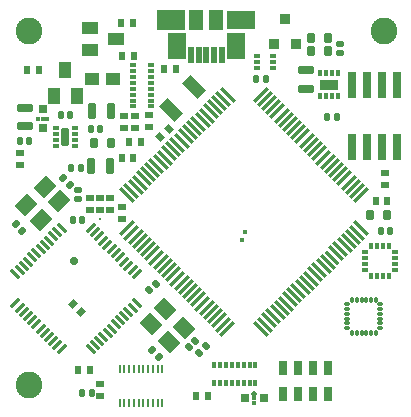
<source format=gts>
G04 Layer_Color=8388736*
%FSLAX42Y42*%
%MOMM*%
G71*
G01*
G75*
G04:AMPARAMS|DCode=23|XSize=0.61mm|YSize=0.91mm|CornerRadius=0.15mm|HoleSize=0mm|Usage=FLASHONLY|Rotation=180.000|XOffset=0mm|YOffset=0mm|HoleType=Round|Shape=RoundedRectangle|*
%AMROUNDEDRECTD23*
21,1,0.61,0.61,0,0,180.0*
21,1,0.30,0.91,0,0,180.0*
1,1,0.30,-0.15,0.30*
1,1,0.30,0.15,0.30*
1,1,0.30,0.15,-0.30*
1,1,0.30,-0.15,-0.30*
%
%ADD23ROUNDEDRECTD23*%
G04:AMPARAMS|DCode=24|XSize=0.71mm|YSize=1.32mm|CornerRadius=0.18mm|HoleSize=0mm|Usage=FLASHONLY|Rotation=90.000|XOffset=0mm|YOffset=0mm|HoleType=Round|Shape=RoundedRectangle|*
%AMROUNDEDRECTD24*
21,1,0.71,0.97,0,0,90.0*
21,1,0.36,1.32,0,0,90.0*
1,1,0.36,0.48,0.18*
1,1,0.36,0.48,-0.18*
1,1,0.36,-0.48,-0.18*
1,1,0.36,-0.48,0.18*
%
%ADD24ROUNDEDRECTD24*%
G04:AMPARAMS|DCode=25|XSize=0.51mm|YSize=0.61mm|CornerRadius=0.13mm|HoleSize=0mm|Usage=FLASHONLY|Rotation=90.000|XOffset=0mm|YOffset=0mm|HoleType=Round|Shape=RoundedRectangle|*
%AMROUNDEDRECTD25*
21,1,0.51,0.36,0,0,90.0*
21,1,0.25,0.61,0,0,90.0*
1,1,0.25,0.18,0.13*
1,1,0.25,0.18,-0.13*
1,1,0.25,-0.18,-0.13*
1,1,0.25,-0.18,0.13*
%
%ADD25ROUNDEDRECTD25*%
G04:AMPARAMS|DCode=26|XSize=0.51mm|YSize=0.61mm|CornerRadius=0.13mm|HoleSize=0mm|Usage=FLASHONLY|Rotation=0.000|XOffset=0mm|YOffset=0mm|HoleType=Round|Shape=RoundedRectangle|*
%AMROUNDEDRECTD26*
21,1,0.51,0.36,0,0,0.0*
21,1,0.25,0.61,0,0,0.0*
1,1,0.25,0.13,-0.18*
1,1,0.25,-0.13,-0.18*
1,1,0.25,-0.13,0.18*
1,1,0.25,0.13,0.18*
%
%ADD26ROUNDEDRECTD26*%
G04:AMPARAMS|DCode=36|XSize=0.71mm|YSize=1.32mm|CornerRadius=0.18mm|HoleSize=0mm|Usage=FLASHONLY|Rotation=0.000|XOffset=0mm|YOffset=0mm|HoleType=Round|Shape=RoundedRectangle|*
%AMROUNDEDRECTD36*
21,1,0.71,0.97,0,0,0.0*
21,1,0.36,1.32,0,0,0.0*
1,1,0.36,0.18,-0.48*
1,1,0.36,-0.18,-0.48*
1,1,0.36,-0.18,0.48*
1,1,0.36,0.18,0.48*
%
%ADD36ROUNDEDRECTD36*%
G04:AMPARAMS|DCode=50|XSize=0.51mm|YSize=0.61mm|CornerRadius=0.13mm|HoleSize=0mm|Usage=FLASHONLY|Rotation=315.000|XOffset=0mm|YOffset=0mm|HoleType=Round|Shape=RoundedRectangle|*
%AMROUNDEDRECTD50*
21,1,0.51,0.36,0,0,315.0*
21,1,0.25,0.61,0,0,315.0*
1,1,0.25,-0.04,-0.22*
1,1,0.25,-0.22,-0.04*
1,1,0.25,0.04,0.22*
1,1,0.25,0.22,0.04*
%
%ADD50ROUNDEDRECTD50*%
G04:AMPARAMS|DCode=54|XSize=0.51mm|YSize=0.61mm|CornerRadius=0.13mm|HoleSize=0mm|Usage=FLASHONLY|Rotation=225.000|XOffset=0mm|YOffset=0mm|HoleType=Round|Shape=RoundedRectangle|*
%AMROUNDEDRECTD54*
21,1,0.51,0.36,0,0,225.0*
21,1,0.25,0.61,0,0,225.0*
1,1,0.25,-0.22,0.04*
1,1,0.25,-0.04,0.22*
1,1,0.25,0.22,-0.04*
1,1,0.25,0.04,-0.22*
%
%ADD54ROUNDEDRECTD54*%
%ADD69R,0.46X0.46*%
%ADD114R,0.56X0.66*%
%ADD115R,0.66X0.56*%
G04:AMPARAMS|DCode=116|XSize=0.56mm|YSize=0.66mm|CornerRadius=0mm|HoleSize=0mm|Usage=FLASHONLY|Rotation=225.000|XOffset=0mm|YOffset=0mm|HoleType=Round|Shape=Rectangle|*
%AMROTATEDRECTD116*
4,1,4,-0.04,0.43,0.43,-0.04,0.04,-0.43,-0.43,0.04,-0.04,0.43,0.0*
%
%ADD116ROTATEDRECTD116*%

%ADD117R,0.25X0.76*%
%ADD118R,0.36X0.56*%
%ADD119R,1.65X0.97*%
%ADD120R,0.66X0.66*%
G04:AMPARAMS|DCode=121|XSize=0.46mm|YSize=0.46mm|CornerRadius=0.13mm|HoleSize=0mm|Usage=FLASHONLY|Rotation=0.000|XOffset=0mm|YOffset=0mm|HoleType=Round|Shape=RoundedRectangle|*
%AMROUNDEDRECTD121*
21,1,0.46,0.20,0,0,0.0*
21,1,0.20,0.46,0,0,0.0*
1,1,0.25,0.10,-0.10*
1,1,0.25,-0.10,-0.10*
1,1,0.25,-0.10,0.10*
1,1,0.25,0.10,0.10*
%
%ADD121ROUNDEDRECTD121*%
%ADD122R,0.46X0.46*%
%ADD123R,0.66X0.66*%
G04:AMPARAMS|DCode=124|XSize=1.07mm|YSize=1.85mm|CornerRadius=0mm|HoleSize=0mm|Usage=FLASHONLY|Rotation=45.000|XOffset=0mm|YOffset=0mm|HoleType=Round|Shape=Rectangle|*
%AMROTATEDRECTD124*
4,1,4,0.28,-1.03,-1.03,0.28,-0.28,1.03,1.03,-0.28,0.28,-1.03,0.0*
%
%ADD124ROTATEDRECTD124*%

%ADD125R,0.86X0.97*%
%ADD130R,0.51X0.36*%
%ADD131R,0.36X0.51*%
%ADD132R,0.43X0.56*%
%ADD133R,0.30X0.56*%
%ADD134R,1.47X1.07*%
%ADD135R,0.56X0.43*%
%ADD136R,0.56X0.30*%
%ADD137R,1.07X1.47*%
%ADD138R,1.17X1.07*%
%ADD140R,0.56X0.36*%
G04:AMPARAMS|DCode=141|XSize=0.56mm|YSize=0.36mm|CornerRadius=0.09mm|HoleSize=0mm|Usage=FLASHONLY|Rotation=0.000|XOffset=0mm|YOffset=0mm|HoleType=Round|Shape=RoundedRectangle|*
%AMROUNDEDRECTD141*
21,1,0.56,0.18,0,0,0.0*
21,1,0.39,0.36,0,0,0.0*
1,1,0.17,0.19,-0.09*
1,1,0.17,-0.19,-0.09*
1,1,0.17,-0.19,0.09*
1,1,0.17,0.19,0.09*
%
%ADD141ROUNDEDRECTD141*%
G04:AMPARAMS|DCode=142|XSize=0.76mm|YSize=1.47mm|CornerRadius=0.17mm|HoleSize=0mm|Usage=FLASHONLY|Rotation=0.000|XOffset=0mm|YOffset=0mm|HoleType=Round|Shape=RoundedRectangle|*
%AMROUNDEDRECTD142*
21,1,0.76,1.14,0,0,0.0*
21,1,0.43,1.47,0,0,0.0*
1,1,0.34,0.21,-0.57*
1,1,0.34,-0.21,-0.57*
1,1,0.34,-0.21,0.57*
1,1,0.34,0.21,0.57*
%
%ADD142ROUNDEDRECTD142*%
%ADD143R,0.51X0.36*%
%ADD144R,0.66X2.26*%
G04:AMPARAMS|DCode=145|XSize=0.36mm|YSize=1.57mm|CornerRadius=0mm|HoleSize=0mm|Usage=FLASHONLY|Rotation=45.000|XOffset=0mm|YOffset=0mm|HoleType=Round|Shape=Rectangle|*
%AMROTATEDRECTD145*
4,1,4,0.43,-0.68,-0.68,0.43,-0.43,0.68,0.68,-0.43,0.43,-0.68,0.0*
%
%ADD145ROTATEDRECTD145*%

G04:AMPARAMS|DCode=146|XSize=1.57mm|YSize=0.36mm|CornerRadius=0mm|HoleSize=0mm|Usage=FLASHONLY|Rotation=45.000|XOffset=0mm|YOffset=0mm|HoleType=Round|Shape=Rectangle|*
%AMROTATEDRECTD146*
4,1,4,-0.43,-0.68,-0.68,-0.43,0.43,0.68,0.68,0.43,-0.43,-0.68,0.0*
%
%ADD146ROTATEDRECTD146*%

G04:AMPARAMS|DCode=147|XSize=0.36mm|YSize=1.55mm|CornerRadius=0mm|HoleSize=0mm|Usage=FLASHONLY|Rotation=45.000|XOffset=0mm|YOffset=0mm|HoleType=Round|Shape=Rectangle|*
%AMROTATEDRECTD147*
4,1,4,0.42,-0.67,-0.67,0.42,-0.42,0.67,0.67,-0.42,0.42,-0.67,0.0*
%
%ADD147ROTATEDRECTD147*%

%ADD148R,0.51X1.35*%
%ADD149R,1.55X2.16*%
%ADD150R,2.44X1.65*%
%ADD151R,2.44X1.66*%
%ADD152R,1.24X1.66*%
G04:AMPARAMS|DCode=154|XSize=1.47mm|YSize=1.27mm|CornerRadius=0mm|HoleSize=0mm|Usage=FLASHONLY|Rotation=45.000|XOffset=0mm|YOffset=0mm|HoleType=Round|Shape=Rectangle|*
%AMROTATEDRECTD154*
4,1,4,-0.07,-0.97,-0.97,-0.07,0.07,0.97,0.97,0.07,-0.07,-0.97,0.0*
%
%ADD154ROTATEDRECTD154*%

G04:AMPARAMS|DCode=155|XSize=1.07mm|YSize=0.3mm|CornerRadius=0mm|HoleSize=0mm|Usage=FLASHONLY|Rotation=225.000|XOffset=0mm|YOffset=0mm|HoleType=Round|Shape=Rectangle|*
%AMROTATEDRECTD155*
4,1,4,0.27,0.48,0.48,0.27,-0.27,-0.48,-0.48,-0.27,0.27,0.48,0.0*
%
%ADD155ROTATEDRECTD155*%

G04:AMPARAMS|DCode=156|XSize=0.3mm|YSize=1.07mm|CornerRadius=0mm|HoleSize=0mm|Usage=FLASHONLY|Rotation=225.000|XOffset=0mm|YOffset=0mm|HoleType=Round|Shape=Rectangle|*
%AMROTATEDRECTD156*
4,1,4,-0.27,0.48,0.48,-0.27,0.27,-0.48,-0.48,0.27,-0.27,0.48,0.0*
%
%ADD156ROTATEDRECTD156*%

%ADD158R,0.66X1.17*%
G04:AMPARAMS|DCode=159|XSize=1.47mm|YSize=1.27mm|CornerRadius=0mm|HoleSize=0mm|Usage=FLASHONLY|Rotation=135.000|XOffset=0mm|YOffset=0mm|HoleType=Round|Shape=Rectangle|*
%AMROTATEDRECTD159*
4,1,4,0.97,-0.07,0.07,-0.97,-0.97,0.07,-0.07,0.97,0.97,-0.07,0.0*
%
%ADD159ROTATEDRECTD159*%

G04:AMPARAMS|DCode=160|XSize=0.56mm|YSize=0.66mm|CornerRadius=0mm|HoleSize=0mm|Usage=FLASHONLY|Rotation=315.000|XOffset=0mm|YOffset=0mm|HoleType=Round|Shape=Rectangle|*
%AMROTATEDRECTD160*
4,1,4,-0.43,-0.04,0.04,0.43,0.43,0.04,-0.04,-0.43,-0.43,-0.04,0.0*
%
%ADD160ROTATEDRECTD160*%

G04:AMPARAMS|DCode=167|XSize=0.56mm|YSize=0.33mm|CornerRadius=0.13mm|HoleSize=0mm|Usage=FLASHONLY|Rotation=270.000|XOffset=0mm|YOffset=0mm|HoleType=Round|Shape=RoundedRectangle|*
%AMROUNDEDRECTD167*
21,1,0.56,0.07,0,0,270.0*
21,1,0.30,0.33,0,0,270.0*
1,1,0.26,-0.03,-0.15*
1,1,0.26,-0.03,0.15*
1,1,0.26,0.03,0.15*
1,1,0.26,0.03,-0.15*
%
%ADD167ROUNDEDRECTD167*%
G04:AMPARAMS|DCode=168|XSize=0.56mm|YSize=0.33mm|CornerRadius=0.11mm|HoleSize=0mm|Usage=FLASHONLY|Rotation=270.000|XOffset=0mm|YOffset=0mm|HoleType=Round|Shape=RoundedRectangle|*
%AMROUNDEDRECTD168*
21,1,0.56,0.11,0,0,270.0*
21,1,0.34,0.33,0,0,270.0*
1,1,0.21,-0.06,-0.17*
1,1,0.21,-0.06,0.17*
1,1,0.21,0.06,0.17*
1,1,0.21,0.06,-0.17*
%
%ADD168ROUNDEDRECTD168*%
G04:AMPARAMS|DCode=169|XSize=0.56mm|YSize=0.33mm|CornerRadius=0.15mm|HoleSize=0mm|Usage=FLASHONLY|Rotation=270.000|XOffset=0mm|YOffset=0mm|HoleType=Round|Shape=RoundedRectangle|*
%AMROUNDEDRECTD169*
21,1,0.56,0.02,0,0,270.0*
21,1,0.25,0.33,0,0,270.0*
1,1,0.31,-0.01,-0.13*
1,1,0.31,-0.01,0.13*
1,1,0.31,0.01,0.13*
1,1,0.31,0.01,-0.13*
%
%ADD169ROUNDEDRECTD169*%
G04:AMPARAMS|DCode=170|XSize=0.56mm|YSize=0.33mm|CornerRadius=0.15mm|HoleSize=0mm|Usage=FLASHONLY|Rotation=0.000|XOffset=0mm|YOffset=0mm|HoleType=Round|Shape=RoundedRectangle|*
%AMROUNDEDRECTD170*
21,1,0.56,0.02,0,0,0.0*
21,1,0.25,0.33,0,0,0.0*
1,1,0.31,0.13,-0.01*
1,1,0.31,-0.13,-0.01*
1,1,0.31,-0.13,0.01*
1,1,0.31,0.13,0.01*
%
%ADD170ROUNDEDRECTD170*%
G04:AMPARAMS|DCode=171|XSize=0.56mm|YSize=0.33mm|CornerRadius=0.11mm|HoleSize=0mm|Usage=FLASHONLY|Rotation=0.000|XOffset=0mm|YOffset=0mm|HoleType=Round|Shape=RoundedRectangle|*
%AMROUNDEDRECTD171*
21,1,0.56,0.11,0,0,0.0*
21,1,0.34,0.33,0,0,0.0*
1,1,0.21,0.17,-0.06*
1,1,0.21,-0.17,-0.06*
1,1,0.21,-0.17,0.06*
1,1,0.21,0.17,0.06*
%
%ADD171ROUNDEDRECTD171*%
G04:AMPARAMS|DCode=172|XSize=0.56mm|YSize=0.33mm|CornerRadius=0.13mm|HoleSize=0mm|Usage=FLASHONLY|Rotation=0.000|XOffset=0mm|YOffset=0mm|HoleType=Round|Shape=RoundedRectangle|*
%AMROUNDEDRECTD172*
21,1,0.56,0.07,0,0,0.0*
21,1,0.30,0.33,0,0,0.0*
1,1,0.26,0.15,-0.03*
1,1,0.26,-0.15,-0.03*
1,1,0.26,-0.15,0.03*
1,1,0.26,0.15,0.03*
%
%ADD172ROUNDEDRECTD172*%
%ADD173R,0.51X0.51*%
%ADD174C,0.71*%
%ADD175C,2.26*%
%ADD176C,0.45*%
%ADD177C,0.25*%
D23*
X5320Y5855D02*
D03*
X5180D02*
D03*
X5320Y5966D02*
D03*
X5180D02*
D03*
X3341Y5072D02*
D03*
X3481D02*
D03*
X5678Y4463D02*
D03*
X5818D02*
D03*
D24*
X5136Y5696D02*
D03*
X5136Y5536D02*
D03*
X2751Y5376D02*
D03*
Y5216D02*
D03*
D25*
X5423Y5835D02*
D03*
Y5915D02*
D03*
X3203Y4598D02*
D03*
Y4678D02*
D03*
D26*
X5849Y4331D02*
D03*
X5769D02*
D03*
X3136Y5314D02*
D03*
X3056D02*
D03*
X3310Y5194D02*
D03*
X3390D02*
D03*
X2791Y5093D02*
D03*
X2711D02*
D03*
X3319Y2959D02*
D03*
X3239D02*
D03*
X3228Y4864D02*
D03*
X3148D02*
D03*
X4712Y5621D02*
D03*
X4792D02*
D03*
X3238Y4427D02*
D03*
X3158D02*
D03*
X5394Y5298D02*
D03*
X5314D02*
D03*
D36*
X3471Y4877D02*
D03*
X3311D02*
D03*
X3481Y5344D02*
D03*
X3321D02*
D03*
D50*
X2677Y4387D02*
D03*
X2733Y4330D02*
D03*
X3078Y4776D02*
D03*
X3135Y4719D02*
D03*
X3830Y3323D02*
D03*
X3887Y3266D02*
D03*
D54*
X3861Y3884D02*
D03*
X3805Y3827D02*
D03*
X4283Y3353D02*
D03*
X4226Y3297D02*
D03*
X4140Y3345D02*
D03*
X4196Y3401D02*
D03*
D69*
X4696Y2873D02*
D03*
Y2913D02*
D03*
D03*
D114*
X3304Y3155D02*
D03*
X3203Y3155D02*
D03*
X4030Y5702D02*
D03*
X3929D02*
D03*
X5823Y4582D02*
D03*
X5723D02*
D03*
X3675Y5814D02*
D03*
X3575D02*
D03*
X3665Y6088D02*
D03*
X3564D02*
D03*
X3673Y4953D02*
D03*
X3572D02*
D03*
X3736Y5083D02*
D03*
X3636D02*
D03*
X2771Y5692D02*
D03*
X2872D02*
D03*
X4205Y2933D02*
D03*
X4306D02*
D03*
D115*
X3802Y5208D02*
D03*
Y5309D02*
D03*
X3386Y4507D02*
D03*
Y4608D02*
D03*
X3472Y4507D02*
D03*
Y4608D02*
D03*
X5806Y4818D02*
D03*
Y4718D02*
D03*
X3594Y5306D02*
D03*
Y5205D02*
D03*
X3686Y5306D02*
D03*
Y5205D02*
D03*
X2710Y4890D02*
D03*
Y4990D02*
D03*
X3393Y3033D02*
D03*
Y2932D02*
D03*
X3579Y4534D02*
D03*
Y4433D02*
D03*
X3302Y4608D02*
D03*
Y4507D02*
D03*
D116*
X3970Y5197D02*
D03*
X3899Y5125D02*
D03*
D117*
X3556Y3160D02*
D03*
Y2878D02*
D03*
X3596Y3160D02*
D03*
Y2878D02*
D03*
X3636Y3160D02*
D03*
Y2878D02*
D03*
X3676Y3160D02*
D03*
Y2878D02*
D03*
X3716Y3160D02*
D03*
Y2878D02*
D03*
X3757Y3160D02*
D03*
Y2878D02*
D03*
X3797Y3160D02*
D03*
Y2878D02*
D03*
X3838Y3160D02*
D03*
X3879D02*
D03*
X3917D02*
D03*
X3838Y2878D02*
D03*
X3879D02*
D03*
X3917D02*
D03*
D118*
X5406Y5474D02*
D03*
X5356D02*
D03*
X5306D02*
D03*
X5255D02*
D03*
Y5665D02*
D03*
X5306D02*
D03*
X5356D02*
D03*
X5406D02*
D03*
D119*
X5331Y5570D02*
D03*
D120*
X4616Y2913D02*
D03*
X4778D02*
D03*
D121*
X4696Y2954D02*
D03*
D122*
X2944Y5283D02*
D03*
X2863D02*
D03*
X2903D02*
D03*
D123*
Y5202D02*
D03*
Y5363D02*
D03*
D124*
X3988Y5354D02*
D03*
X4187Y5554D02*
D03*
D125*
X4861Y5917D02*
D03*
X5052D02*
D03*
X4956Y6129D02*
D03*
D130*
X5888Y4002D02*
D03*
Y4052D02*
D03*
Y4153D02*
D03*
X5631Y4002D02*
D03*
Y4153D02*
D03*
Y4052D02*
D03*
Y4102D02*
D03*
X5888D02*
D03*
D131*
X5683Y3949D02*
D03*
X5834D02*
D03*
X5784D02*
D03*
X5683Y4206D02*
D03*
X5834D02*
D03*
X5784D02*
D03*
X5733Y3949D02*
D03*
Y4206D02*
D03*
D132*
X4354Y3198D02*
D03*
X4704D02*
D03*
Y3047D02*
D03*
X4354D02*
D03*
D133*
X4404Y3198D02*
D03*
X4454D02*
D03*
X4504D02*
D03*
X4554D02*
D03*
X4605D02*
D03*
X4656D02*
D03*
Y3047D02*
D03*
X4605D02*
D03*
X4554D02*
D03*
X4504D02*
D03*
X4454D02*
D03*
X4404D02*
D03*
D134*
X3523Y5956D02*
D03*
X3301Y5860D02*
D03*
Y6051D02*
D03*
D135*
X3670Y5385D02*
D03*
Y5735D02*
D03*
X3822D02*
D03*
Y5385D02*
D03*
D136*
X3670Y5435D02*
D03*
Y5485D02*
D03*
Y5535D02*
D03*
Y5585D02*
D03*
Y5636D02*
D03*
Y5687D02*
D03*
X3822D02*
D03*
Y5636D02*
D03*
Y5585D02*
D03*
Y5535D02*
D03*
Y5485D02*
D03*
Y5435D02*
D03*
D137*
X3001Y5470D02*
D03*
X3193D02*
D03*
X3096Y5692D02*
D03*
D138*
X3496Y5621D02*
D03*
X3325D02*
D03*
D140*
X3016Y5199D02*
D03*
D141*
Y5149D02*
D03*
Y5098D02*
D03*
Y5048D02*
D03*
X3178D02*
D03*
Y5098D02*
D03*
Y5149D02*
D03*
Y5199D02*
D03*
D142*
X3096Y5123D02*
D03*
D143*
X4715Y5712D02*
D03*
Y5813D02*
D03*
Y5763D02*
D03*
X4851Y5712D02*
D03*
Y5763D02*
D03*
Y5813D02*
D03*
D144*
X5908Y5568D02*
D03*
X5781D02*
D03*
X5654D02*
D03*
X5527D02*
D03*
Y5044D02*
D03*
X5654D02*
D03*
X5781D02*
D03*
X5908D02*
D03*
D145*
X3620Y4635D02*
D03*
X3655Y4670D02*
D03*
X3691Y4705D02*
D03*
X3726Y4741D02*
D03*
X3762Y4776D02*
D03*
X3797Y4812D02*
D03*
X3832Y4847D02*
D03*
X3868Y4882D02*
D03*
X3903Y4918D02*
D03*
X3938Y4953D02*
D03*
X3974Y4988D02*
D03*
X4009Y5024D02*
D03*
X4044Y5059D02*
D03*
X4080Y5095D02*
D03*
X4116Y5131D02*
D03*
X4152Y5167D02*
D03*
X4186Y5201D02*
D03*
X4222Y5237D02*
D03*
X4258Y5273D02*
D03*
X4292Y5307D02*
D03*
X4328Y5343D02*
D03*
X4364Y5379D02*
D03*
X4398Y5413D02*
D03*
X4434Y5449D02*
D03*
X4470Y5485D02*
D03*
X5601Y4353D02*
D03*
X5566Y4317D02*
D03*
X5530Y4281D02*
D03*
X5495Y4247D02*
D03*
X5460Y4211D02*
D03*
X5424Y4175D02*
D03*
X5390Y4141D02*
D03*
X5318Y4069D02*
D03*
X5284Y4035D02*
D03*
X5248Y3999D02*
D03*
X5212Y3963D02*
D03*
X5176Y3928D02*
D03*
X5140Y3892D02*
D03*
X5105Y3857D02*
D03*
X5070Y3822D02*
D03*
X5034Y3786D02*
D03*
X4999Y3751D02*
D03*
X4964Y3715D02*
D03*
X4928Y3680D02*
D03*
X4893Y3645D02*
D03*
X4858Y3609D02*
D03*
X4822Y3574D02*
D03*
X4787Y3539D02*
D03*
X4752Y3503D02*
D03*
D146*
X4750Y5485D02*
D03*
X4786Y5449D02*
D03*
X4822Y5413D02*
D03*
X4856Y5379D02*
D03*
X4892Y5343D02*
D03*
X4928Y5307D02*
D03*
X4962Y5273D02*
D03*
X4998Y5237D02*
D03*
X5034Y5201D02*
D03*
X5068Y5167D02*
D03*
X5104Y5131D02*
D03*
X5140Y5095D02*
D03*
X5176Y5059D02*
D03*
X5211Y5024D02*
D03*
X5247Y4988D02*
D03*
X5282Y4953D02*
D03*
X5317Y4918D02*
D03*
X5353Y4882D02*
D03*
X5388Y4847D02*
D03*
X5423Y4812D02*
D03*
X5459Y4776D02*
D03*
X5494Y4741D02*
D03*
X5529Y4705D02*
D03*
X5565Y4670D02*
D03*
X5600Y4635D02*
D03*
X4469Y3503D02*
D03*
X4433Y3539D02*
D03*
X4398Y3574D02*
D03*
X4363Y3609D02*
D03*
X4327Y3645D02*
D03*
X4292Y3680D02*
D03*
X4257Y3715D02*
D03*
X4221Y3751D02*
D03*
X4186Y3786D02*
D03*
X4150Y3822D02*
D03*
X4115Y3857D02*
D03*
X4080Y3892D02*
D03*
X4044Y3928D02*
D03*
X4008Y3963D02*
D03*
X3973Y3999D02*
D03*
X3937Y4035D02*
D03*
X3903Y4069D02*
D03*
X3867Y4105D02*
D03*
X3831Y4141D02*
D03*
X3797Y4175D02*
D03*
X3761Y4211D02*
D03*
X3725Y4247D02*
D03*
X3691Y4281D02*
D03*
X3655Y4317D02*
D03*
X3619Y4353D02*
D03*
D147*
X5354Y4105D02*
D03*
D148*
X4290Y5824D02*
D03*
X4356D02*
D03*
X4225D02*
D03*
X4160D02*
D03*
X4422D02*
D03*
D149*
X4542Y5895D02*
D03*
X4040D02*
D03*
D150*
X4587Y6117D02*
D03*
D151*
X3995D02*
D03*
D152*
X4206D02*
D03*
X4374D02*
D03*
D154*
X2764Y4548D02*
D03*
X2921Y4704D02*
D03*
X2886Y4426D02*
D03*
X3042Y4583D02*
D03*
D155*
X3311Y4356D02*
D03*
X3347Y4320D02*
D03*
X3382Y4285D02*
D03*
X3418Y4250D02*
D03*
X3453Y4214D02*
D03*
X3488Y4179D02*
D03*
X3524Y4143D02*
D03*
X3560Y4107D02*
D03*
X3596Y4071D02*
D03*
X3630Y4037D02*
D03*
X3666Y4001D02*
D03*
X3702Y3965D02*
D03*
X3064Y3328D02*
D03*
X3028Y3363D02*
D03*
X2992Y3399D02*
D03*
X2958Y3434D02*
D03*
X2922Y3469D02*
D03*
X2886Y3505D02*
D03*
X2850Y3541D02*
D03*
X2815Y3576D02*
D03*
X2780Y3612D02*
D03*
X2744Y3647D02*
D03*
X2709Y3682D02*
D03*
X2674Y3718D02*
D03*
D156*
X3702D02*
D03*
X3666Y3682D02*
D03*
X3631Y3647D02*
D03*
X3596Y3612D02*
D03*
X3560Y3576D02*
D03*
X3525Y3541D02*
D03*
X3489Y3505D02*
D03*
X3454Y3469D02*
D03*
X3418Y3434D02*
D03*
X3383Y3399D02*
D03*
X3348Y3363D02*
D03*
X3312Y3328D02*
D03*
X2674Y3965D02*
D03*
X2710Y4001D02*
D03*
X2746Y4037D02*
D03*
X2780Y4071D02*
D03*
X2816Y4107D02*
D03*
X2852Y4143D02*
D03*
X2887Y4179D02*
D03*
X2923Y4214D02*
D03*
X2958Y4250D02*
D03*
X2993Y4285D02*
D03*
X3029Y4320D02*
D03*
X3064Y4356D02*
D03*
D158*
X4940Y3172D02*
D03*
X5065D02*
D03*
X5191D02*
D03*
X5316D02*
D03*
Y2951D02*
D03*
X5191D02*
D03*
X5065D02*
D03*
X4940D02*
D03*
D159*
X3977Y3389D02*
D03*
X3820Y3546D02*
D03*
X4098Y3510D02*
D03*
X3941Y3667D02*
D03*
D160*
X3229Y3645D02*
D03*
X3157Y3716D02*
D03*
D167*
X5524Y3749D02*
D03*
X5725Y3469D02*
D03*
X5524D02*
D03*
D168*
X5564Y3749D02*
D03*
X5604D02*
D03*
X5644D02*
D03*
X5685D02*
D03*
Y3469D02*
D03*
X5644D02*
D03*
X5604D02*
D03*
X5564D02*
D03*
D169*
X5725Y3749D02*
D03*
D170*
X5764Y3711D02*
D03*
D171*
Y3670D02*
D03*
Y3630D02*
D03*
Y3589D02*
D03*
Y3549D02*
D03*
X5484D02*
D03*
Y3589D02*
D03*
Y3630D02*
D03*
Y3670D02*
D03*
D172*
X5764Y3509D02*
D03*
X5484D02*
D03*
Y3711D02*
D03*
D173*
X5291Y5570D02*
D03*
X5371D02*
D03*
D174*
X3170Y4080D02*
D03*
D175*
X5791Y6022D02*
D03*
X2791D02*
D03*
Y3023D02*
D03*
D176*
X4595Y4254D02*
D03*
X4615Y4321D02*
D03*
D177*
X3393Y4432D02*
D03*
M02*

</source>
